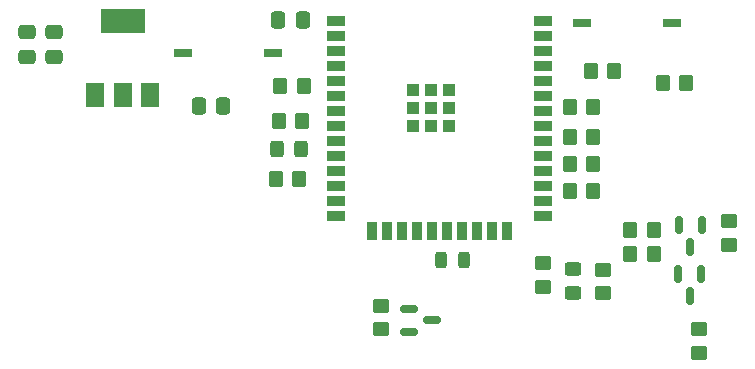
<source format=gbr>
%TF.GenerationSoftware,KiCad,Pcbnew,(7.0.0)*%
%TF.CreationDate,2023-04-20T20:46:08+02:00*%
%TF.ProjectId,pcb_morse,7063625f-6d6f-4727-9365-2e6b69636164,rev?*%
%TF.SameCoordinates,Original*%
%TF.FileFunction,Paste,Top*%
%TF.FilePolarity,Positive*%
%FSLAX46Y46*%
G04 Gerber Fmt 4.6, Leading zero omitted, Abs format (unit mm)*
G04 Created by KiCad (PCBNEW (7.0.0)) date 2023-04-20 20:46:08*
%MOMM*%
%LPD*%
G01*
G04 APERTURE LIST*
G04 Aperture macros list*
%AMRoundRect*
0 Rectangle with rounded corners*
0 $1 Rounding radius*
0 $2 $3 $4 $5 $6 $7 $8 $9 X,Y pos of 4 corners*
0 Add a 4 corners polygon primitive as box body*
4,1,4,$2,$3,$4,$5,$6,$7,$8,$9,$2,$3,0*
0 Add four circle primitives for the rounded corners*
1,1,$1+$1,$2,$3*
1,1,$1+$1,$4,$5*
1,1,$1+$1,$6,$7*
1,1,$1+$1,$8,$9*
0 Add four rect primitives between the rounded corners*
20,1,$1+$1,$2,$3,$4,$5,0*
20,1,$1+$1,$4,$5,$6,$7,0*
20,1,$1+$1,$6,$7,$8,$9,0*
20,1,$1+$1,$8,$9,$2,$3,0*%
G04 Aperture macros list end*
%ADD10R,1.500000X0.900000*%
%ADD11R,0.900000X1.500000*%
%ADD12R,1.050000X1.050000*%
%ADD13RoundRect,0.250000X-0.337500X-0.475000X0.337500X-0.475000X0.337500X0.475000X-0.337500X0.475000X0*%
%ADD14R,1.500000X2.000000*%
%ADD15R,3.800000X2.000000*%
%ADD16RoundRect,0.250000X-0.350000X-0.450000X0.350000X-0.450000X0.350000X0.450000X-0.350000X0.450000X0*%
%ADD17RoundRect,0.250000X-0.450000X0.350000X-0.450000X-0.350000X0.450000X-0.350000X0.450000X0.350000X0*%
%ADD18R,1.600000X0.760000*%
%ADD19RoundRect,0.250000X0.450000X-0.350000X0.450000X0.350000X-0.450000X0.350000X-0.450000X-0.350000X0*%
%ADD20RoundRect,0.150000X-0.150000X0.587500X-0.150000X-0.587500X0.150000X-0.587500X0.150000X0.587500X0*%
%ADD21RoundRect,0.250000X-0.325000X-0.450000X0.325000X-0.450000X0.325000X0.450000X-0.325000X0.450000X0*%
%ADD22RoundRect,0.250000X0.337500X0.475000X-0.337500X0.475000X-0.337500X-0.475000X0.337500X-0.475000X0*%
%ADD23RoundRect,0.150000X-0.587500X-0.150000X0.587500X-0.150000X0.587500X0.150000X-0.587500X0.150000X0*%
%ADD24RoundRect,0.250000X0.450000X-0.325000X0.450000X0.325000X-0.450000X0.325000X-0.450000X-0.325000X0*%
%ADD25RoundRect,0.250000X-0.475000X0.337500X-0.475000X-0.337500X0.475000X-0.337500X0.475000X0.337500X0*%
%ADD26RoundRect,0.243750X0.243750X0.456250X-0.243750X0.456250X-0.243750X-0.456250X0.243750X-0.456250X0*%
%ADD27RoundRect,0.250000X0.350000X0.450000X-0.350000X0.450000X-0.350000X-0.450000X0.350000X-0.450000X0*%
%ADD28RoundRect,0.250000X0.475000X-0.337500X0.475000X0.337500X-0.475000X0.337500X-0.475000X-0.337500X0*%
G04 APERTURE END LIST*
D10*
%TO.C,ESP32*%
X56184999Y-40434999D03*
X56184999Y-41704999D03*
X56184999Y-42974999D03*
X56184999Y-44244999D03*
X56184999Y-45514999D03*
X56184999Y-46784999D03*
X56184999Y-48054999D03*
X56184999Y-49324999D03*
X56184999Y-50594999D03*
X56184999Y-51864999D03*
X56184999Y-53134999D03*
X56184999Y-54404999D03*
X56184999Y-55674999D03*
X56184999Y-56944999D03*
D11*
X59224999Y-58194999D03*
X60494999Y-58194999D03*
X61764999Y-58194999D03*
X63034999Y-58194999D03*
X64304999Y-58194999D03*
X65574999Y-58194999D03*
X66844999Y-58194999D03*
X68114999Y-58194999D03*
X69384999Y-58194999D03*
X70654999Y-58194999D03*
D10*
X73684999Y-56944999D03*
X73684999Y-55674999D03*
X73684999Y-54404999D03*
X73684999Y-53134999D03*
X73684999Y-51864999D03*
X73684999Y-50594999D03*
X73684999Y-49324999D03*
X73684999Y-48054999D03*
X73684999Y-46784999D03*
X73684999Y-45514999D03*
X73684999Y-44244999D03*
X73684999Y-42974999D03*
X73684999Y-41704999D03*
X73684999Y-40434999D03*
D12*
X62729999Y-46249999D03*
X62729999Y-47774999D03*
X62729999Y-49299999D03*
X64254999Y-46249999D03*
X64254999Y-47774999D03*
X64254999Y-49299999D03*
X65779999Y-46249999D03*
X65779999Y-47774999D03*
X65779999Y-49299999D03*
%TD*%
D13*
%TO.C,C2*%
X44555500Y-47625000D03*
X46630500Y-47625000D03*
%TD*%
D14*
%TO.C,PLO1*%
X35799999Y-46710999D03*
X38099999Y-46710999D03*
D15*
X38099999Y-40410999D03*
D14*
X40399999Y-46710999D03*
%TD*%
D16*
%TO.C,R1*%
X81058000Y-60198000D03*
X83058000Y-60198000D03*
%TD*%
%TO.C,R15*%
X83820000Y-45720000D03*
X85820000Y-45720000D03*
%TD*%
D17*
%TO.C,R9*%
X59944000Y-64548000D03*
X59944000Y-66548000D03*
%TD*%
D18*
%TO.C,SW1*%
X50799999Y-43179999D03*
X43179999Y-43179999D03*
%TD*%
D19*
%TO.C,R2*%
X86868000Y-68564000D03*
X86868000Y-66564000D03*
%TD*%
D16*
%TO.C,R5*%
X75962000Y-47752000D03*
X77962000Y-47752000D03*
%TD*%
%TO.C,R3*%
X81058000Y-58166000D03*
X83058000Y-58166000D03*
%TD*%
%TO.C,R6*%
X75962000Y-50292000D03*
X77962000Y-50292000D03*
%TD*%
D19*
%TO.C,R17*%
X78740000Y-63500000D03*
X78740000Y-61500000D03*
%TD*%
D20*
%TO.C,Q2*%
X87134500Y-57736500D03*
X85234500Y-57736500D03*
X86184500Y-59611500D03*
%TD*%
D16*
%TO.C,R14*%
X51324000Y-48895000D03*
X53324000Y-48895000D03*
%TD*%
%TO.C,R8*%
X51070000Y-53848000D03*
X53070000Y-53848000D03*
%TD*%
D20*
%TO.C,Q1*%
X87056000Y-61879000D03*
X85156000Y-61879000D03*
X86106000Y-63754000D03*
%TD*%
D16*
%TO.C,R7*%
X75962000Y-52578000D03*
X77962000Y-52578000D03*
%TD*%
D21*
%TO.C,D3*%
X51172000Y-51308000D03*
X53222000Y-51308000D03*
%TD*%
D22*
%TO.C,C1*%
X53340000Y-40386000D03*
X51265000Y-40386000D03*
%TD*%
D19*
%TO.C,R4*%
X89408000Y-59420000D03*
X89408000Y-57420000D03*
%TD*%
D16*
%TO.C,R11*%
X51435000Y-45974000D03*
X53435000Y-45974000D03*
%TD*%
D23*
%TO.C,Q3*%
X62387000Y-64836000D03*
X62387000Y-66736000D03*
X64262000Y-65786000D03*
%TD*%
D18*
%TO.C,SW2*%
X76961999Y-40639999D03*
X84581999Y-40639999D03*
%TD*%
D24*
%TO.C,D2*%
X76200000Y-63500000D03*
X76200000Y-61450000D03*
%TD*%
D25*
%TO.C,C4*%
X29972000Y-41380500D03*
X29972000Y-43455500D03*
%TD*%
D19*
%TO.C,R13*%
X73660000Y-62960000D03*
X73660000Y-60960000D03*
%TD*%
D26*
%TO.C,D1*%
X66977500Y-60706000D03*
X65102500Y-60706000D03*
%TD*%
D27*
%TO.C,R16*%
X77962000Y-54864000D03*
X75962000Y-54864000D03*
%TD*%
D16*
%TO.C,R12*%
X77740000Y-44720000D03*
X79740000Y-44720000D03*
%TD*%
D28*
%TO.C,C3*%
X32258000Y-43477000D03*
X32258000Y-41402000D03*
%TD*%
M02*

</source>
